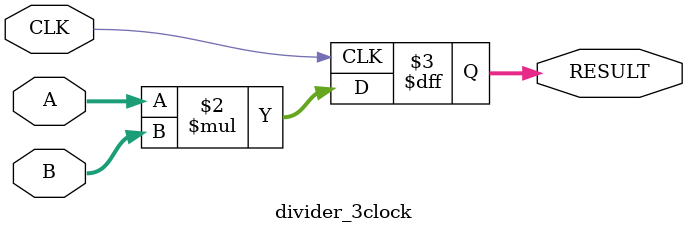
<source format=v>
module divider_3clock(A,B,RESULT, CLK);

    output reg [15:0] RESULT;

    input [15:0] A,B;
    input CLK;

    always @ (posedge CLK) begin
        RESULT <= A * B;
    end

endmodule
</source>
